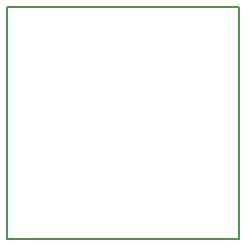
<source format=gbr>
G04 (created by PCBNEW (2013-07-07 BZR 4022)-stable) date 10/06/2015 20:15:53*
%MOIN*%
G04 Gerber Fmt 3.4, Leading zero omitted, Abs format*
%FSLAX34Y34*%
G01*
G70*
G90*
G04 APERTURE LIST*
%ADD10C,0.00590551*%
%ADD11C,0.005*%
G04 APERTURE END LIST*
G54D10*
G54D11*
X34250Y-34750D02*
X34250Y-27000D01*
X42000Y-34750D02*
X34250Y-34750D01*
X42000Y-27000D02*
X42000Y-34750D01*
X34250Y-27000D02*
X42000Y-27000D01*
M02*

</source>
